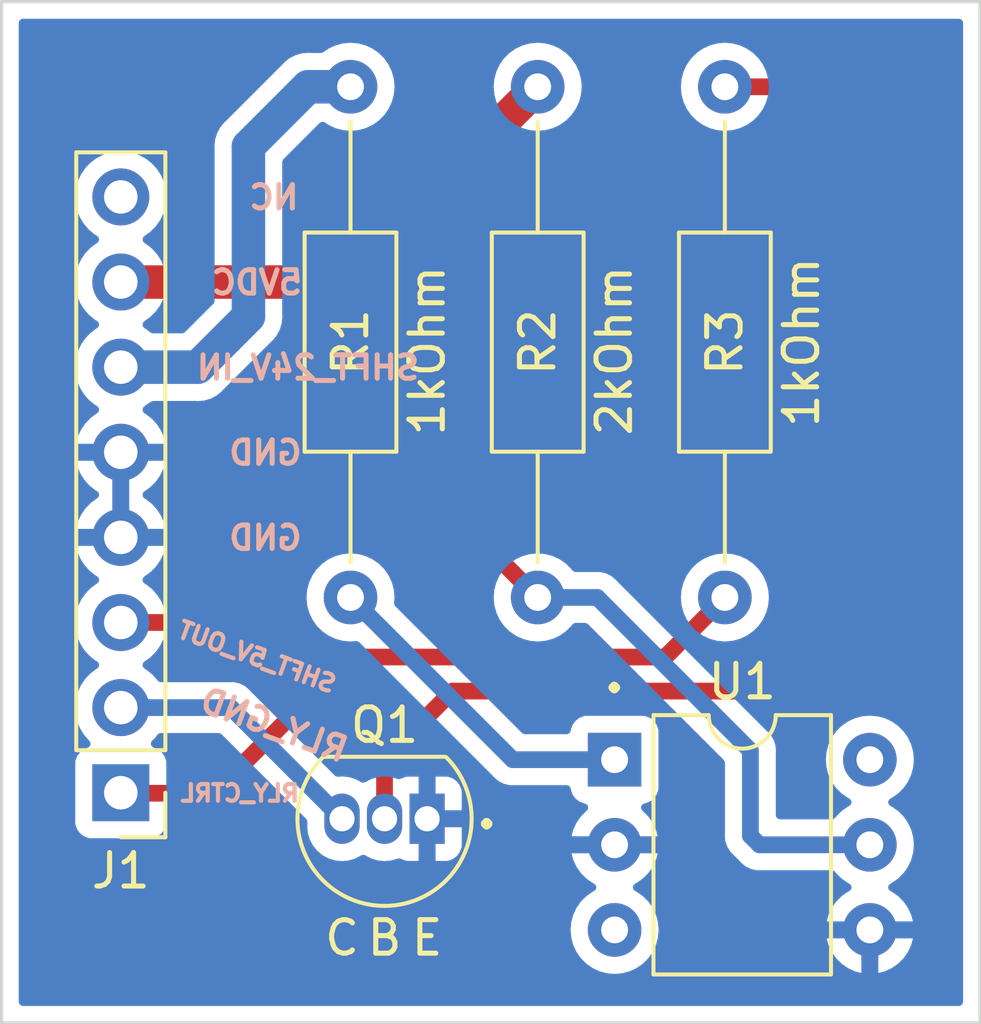
<source format=kicad_pcb>
(kicad_pcb (version 20211014) (generator pcbnew)
  (layers (0 "F.Cu" signal) (31 "B.Cu" signal) (34 "B.Paste" user) (35 "F.Paste" user) (36 "B.SilkS" user "B.Silkscreen") (37 "F.SilkS" user "F.Silkscreen") (38 "B.Mask" user) (39 "F.Mask" user) (44 "Edge.Cuts" user))
  (net 0 "")
  (net 1 "UC_RELAY_CTRL_PIN")
  (net 2 "RELAY_GND")
  (net 3 "V_SIG-OUT")
  (net 4 "GND")
  (net 5 "V_SIG-IN")
  (net 6 "5V_IN")
  (net 8 "Net-(Q1-Pad2)")
  (net 9 "Net-(R1-Pad1)")
  (footprint "Connector_PinHeader_2.54mm:PinHeader_1x08_P2.54mm_Vertical" (layer "F.Cu") (at 3.556 23.607 180)
    (fp_text reference "J1" (at 0 -2.33) (layer "F.SilkS"))
    (fp_text value "Conn_01x08" hide)
    (fp_line (start -1.33 1.27) (end -1.33 19.11) (layer "F.SilkS") (width 0.12))
    (fp_line (start 1.33 1.27) (end 1.33 19.11) (layer "F.SilkS") (width 0.12))
    (fp_line (start -1.33 1.27) (end 1.33 1.27) (layer "F.SilkS") (width 0.12))
    (fp_line (start -1.33 19.11) (end 1.33 19.11) (layer "F.SilkS") (width 0.12))
    (fp_line (start -1.33 0) (end -1.33 -1.33) (layer "F.SilkS") (width 0.12))
    (fp_line (start -1.33 -1.33) (end 0 -1.33) (layer "F.SilkS") (width 0.12))
    (pad "1" thru_hole rect (at 0 0 180) (size 1.7 1.7) (drill 1) (layers *.Cu *.Mask) (net 1 "UC_RELAY_CTRL_PIN"))
    (pad "2" thru_hole oval (at 0 2.54 180) (size 1.7 1.7) (drill 1) (layers *.Cu *.Mask) (net 2 "RELAY_GND"))
    (pad "3" thru_hole oval (at 0 5.08 180) (size 1.7 1.7) (drill 1) (layers *.Cu *.Mask) (net 3 "V_SIG-OUT"))
    (pad "4" thru_hole oval (at 0 7.62 180) (size 1.7 1.7) (drill 1) (layers *.Cu *.Mask) (net 4 "GND"))
    (pad "5" thru_hole oval (at 0 10.16 180) (size 1.7 1.7) (drill 1) (layers *.Cu *.Mask) (net 4 "GND"))
    (pad "6" thru_hole oval (at 0 12.7 180) (size 1.7 1.7) (drill 1) (layers *.Cu *.Mask) (net 5 "V_SIG-IN"))
    (pad "7" thru_hole oval (at 0 15.24 180) (size 1.7 1.7) (drill 1) (layers *.Cu *.Mask) (net 6 "5V_IN"))
    (pad "8" thru_hole oval (at 0 17.78 180) (size 1.7 1.7) (drill 1) (layers *.Cu *.Mask))
  )
  (footprint "Resistor_THT:R_Axial_DIN0207_L6.3mm_D2.5mm_P15.24mm_Horizontal" (layer "F.Cu") (at 10.414 17.78 90)
    (fp_text reference "R1" (at 7.62 0 90) (layer "F.SilkS"))
    (fp_text value "1k" hide)
    (fp_line (start 4.35 1.37) (end 10.89 1.37) (layer "F.SilkS") (width 0.12))
    (fp_line (start 10.89 -1.37) (end 4.35 -1.37) (layer "F.SilkS") (width 0.12))
    (fp_line (start 1.04 0) (end 4.35 0) (layer "F.SilkS") (width 0.12))
    (fp_line (start 4.35 -1.37) (end 4.35 1.37) (layer "F.SilkS") (width 0.12))
    (fp_line (start 10.89 1.37) (end 10.89 -1.37) (layer "F.SilkS") (width 0.12))
    (fp_line (start 14.2 0) (end 10.89 0) (layer "F.SilkS") (width 0.12))
    (pad "1" thru_hole circle (at 0 0 90) (size 1.6 1.6) (drill 0.8) (layers *.Cu *.Mask) (net 9 "Net-(R1-Pad1)"))
    (pad "2" thru_hole oval (at 15.24 0 90) (size 1.6 1.6) (drill 0.8) (layers *.Cu *.Mask) (net 5 "V_SIG-IN"))
  )
  (footprint "Package_TO_SOT_THT:TO-92_Inline" (layer "F.Cu") (at 12.7 24.384 180)
    (fp_text reference "Q1" (at 1.27 2.794) (layer "F.SilkS"))
    (fp_text value "PN2222A" hide)
    (fp_line (start -0.53 1.85) (end 3.07 1.85) (layer "F.SilkS") (width 0.12))
    (fp_arc (start -0.568478 1.838478) (mid -1.132087 -0.994977) (end 1.27 -2.6) (layer "F.SilkS") (width 0.12))
    (fp_arc (start 1.27 -2.6) (mid 3.672087 -0.994977) (end 3.108478 1.838478) (layer "F.SilkS") (width 0.12))
    (pad "1" thru_hole rect (at 0 0 180) (size 1.05 1.5) (drill 0.75) (layers *.Cu *.Mask) (net 4 "GND"))
    (pad "2" thru_hole oval (at 1.27 0 180) (size 1.05 1.5) (drill 0.75) (layers *.Cu *.Mask) (net 8 "Net-(Q1-Pad2)"))
    (pad "3" thru_hole oval (at 2.54 0 180) (size 1.05 1.5) (drill 0.75) (layers *.Cu *.Mask) (net 2 "RELAY_GND"))
  )
  (footprint "Resistor_THT:R_Axial_DIN0207_L6.3mm_D2.5mm_P15.24mm_Horizontal" (layer "F.Cu") (at 16.002 2.54 -90)
    (fp_text reference "R2" (at 7.62 0 90) (layer "F.SilkS"))
    (fp_text value "2k" hide)
    (fp_line (start 14.2 0) (end 10.89 0) (layer "F.SilkS") (width 0.12))
    (fp_line (start 4.35 1.37) (end 10.89 1.37) (layer "F.SilkS") (width 0.12))
    (fp_line (start 10.89 -1.37) (end 4.35 -1.37) (layer "F.SilkS") (width 0.12))
    (fp_line (start 10.89 1.37) (end 10.89 -1.37) (layer "F.SilkS") (width 0.12))
    (fp_line (start 1.04 0) (end 4.35 0) (layer "F.SilkS") (width 0.12))
    (fp_line (start 4.35 -1.37) (end 4.35 1.37) (layer "F.SilkS") (width 0.12))
    (pad "1" thru_hole circle (at 0 0 270) (size 1.6 1.6) (drill 0.8) (layers *.Cu *.Mask) (net 6 "5V_IN"))
    (pad "2" thru_hole oval (at 15.24 0 270) (size 1.6 1.6) (drill 0.8) (layers *.Cu *.Mask) (net 3 "V_SIG-OUT"))
  )
  (footprint "Package_DIP:DIP-6_W7.62mm" (layer "F.Cu") (at 18.298 22.621)
    (fp_text reference "U1" (at 3.81 -2.33) (layer "F.SilkS"))
    (fp_text value "4N27" hide)
    (fp_line (start 1.16 -1.33) (end 1.16 6.41) (layer "F.SilkS") (width 0.12))
    (fp_line (start 6.46 6.41) (end 6.46 -1.33) (layer "F.SilkS") (width 0.12))
    (fp_line (start 6.46 -1.33) (end 4.81 -1.33) (layer "F.SilkS") (width 0.12))
    (fp_line (start 1.16 6.41) (end 6.46 6.41) (layer "F.SilkS") (width 0.12))
    (fp_line (start 2.81 -1.33) (end 1.16 -1.33) (layer "F.SilkS") (width 0.12))
    (fp_arc (start 4.81 -1.33) (mid 3.81 -0.33) (end 2.81 -1.33) (layer "F.SilkS") (width 0.12))
    (pad "1" thru_hole rect (at 0 0) (size 1.6 1.6) (drill 0.8) (layers *.Cu *.Mask) (net 9 "Net-(R1-Pad1)"))
    (pad "2" thru_hole oval (at 0 2.54) (size 1.6 1.6) (drill 0.8) (layers *.Cu *.Mask) (net 4 "GND"))
    (pad "3" thru_hole oval (at 0 5.08) (size 1.6 1.6) (drill 0.8) (layers *.Cu *.Mask))
    (pad "4" thru_hole oval (at 7.62 5.08) (size 1.6 1.6) (drill 0.8) (layers *.Cu *.Mask) (net 4 "GND"))
    (pad "5" thru_hole oval (at 7.62 2.54) (size 1.6 1.6) (drill 0.8) (layers *.Cu *.Mask) (net 3 "V_SIG-OUT"))
    (pad "6" thru_hole oval (at 7.62 0) (size 1.6 1.6) (drill 0.8) (layers *.Cu *.Mask))
  )
  (footprint "Resistor_THT:R_Axial_DIN0207_L6.3mm_D2.5mm_P15.24mm_Horizontal" (layer "F.Cu") (at 21.59 17.78 90)
    (fp_text reference "R3" (at 7.62 0 90) (layer "F.SilkS"))
    (fp_text value "1k" hide)
    (fp_line (start 10.89 -1.37) (end 4.35 -1.37) (layer "F.SilkS") (width 0.12))
    (fp_line (start 1.04 0) (end 4.35 0) (layer "F.SilkS") (width 0.12))
    (fp_line (start 14.2 0) (end 10.89 0) (layer "F.SilkS") (width 0.12))
    (fp_line (start 10.89 1.37) (end 10.89 -1.37) (layer "F.SilkS") (width 0.12))
    (fp_line (start 4.35 -1.37) (end 4.35 1.37) (layer "F.SilkS") (width 0.12))
    (fp_line (start 4.35 1.37) (end 10.89 1.37) (layer "F.SilkS") (width 0.12))
    (pad "1" thru_hole circle (at 0 0 90) (size 1.6 1.6) (drill 0.8) (layers *.Cu *.Mask) (net 1 "UC_RELAY_CTRL_PIN"))
    (pad "2" thru_hole oval (at 15.24 0 90) (size 1.6 1.6) (drill 0.8) (layers *.Cu *.Mask) (net 8 "Net-(Q1-Pad2)"))
  )
  (gr_rect (start 0 0) (end 29.21 30.48) (layer "Edge.Cuts") (width 0.1) (fill none))
  (gr_text "5VDC" (at 7.62 8.382) (layer "B.SilkS") (effects (font (size 0.7 0.7)) (justify mirror)))
  (gr_text "GND" (at 7.874 13.462) (layer "B.SilkS") (effects (font (size 0.7 0.7)) (justify mirror)))
  (gr_text "RLY_CTRL" (at 7.112 23.622) (layer "B.SilkS") (effects (font (size 0.5 0.5) (thickness 0.125)) (justify mirror)))
  (gr_text "SHFT_24V_IN" (at 9.144 10.922) (layer "B.SilkS") (effects (font (size 0.7 0.7)) (justify mirror)))
  (gr_text "RLY_GND" (at 8.128 21.59 340) (layer "B.SilkS") (effects (font (size 0.7 0.7)) (justify mirror)))
  (gr_text "GND" (at 7.874 16.002) (layer "B.SilkS") (effects (font (size 0.7 0.7)) (justify mirror)))
  (gr_text "SHFT_5V_OUT" (at 7.62 19.558 340) (layer "B.SilkS") (effects (font (size 0.5 0.5) (thickness 0.125)) (justify mirror)))
  (gr_text "NC" (at 8.128 5.842) (layer "B.SilkS") (effects (font (size 0.7 0.7)) (justify mirror)))
  (gr_text "B" (at 11.43 27.94) (layer "F.SilkS") (effects (font (size 1 1))))
  (gr_text "1kOhm" (at 12.7 10.414 90) (layer "F.SilkS") (effects (font (size 1 1))))
  (gr_text "2kOhm" (at 18.288 10.414 90) (layer "F.SilkS") (effects (font (size 1 1))))
  (gr_text "E" (at 12.7 27.94) (layer "F.SilkS") (effects (font (size 1 1))))
  (gr_text "." (at 14.478 24.13) (layer "F.SilkS") (effects (font (size 1 1) (thickness 0.25))))
  (gr_text "C" (at 10.16 27.94) (layer "F.SilkS") (effects (font (size 1 1))))
  (gr_text "1kOhm" (at 23.876 10.16 90) (layer "F.SilkS") (effects (font (size 1 1))))
  (gr_text "." (at 18.288 20.066) (layer "F.SilkS") (effects (font (size 1 1) (thickness 0.25))))
  (segment (start 21.59 17.78) (end 19.812 19.558) (width 0.5) (layer "F.Cu") (net 1))
  (segment (start 6.335 23.622) (end 3.571 23.622) (width 0.5) (layer "F.Cu") (net 1))
  (segment (start 19.812 19.558) (end 10.399 19.558) (width 0.5) (layer "F.Cu") (net 1))
  (segment (start 10.399 19.558) (end 6.335 23.622) (width 0.5) (layer "F.Cu") (net 1))
  (segment (start 3.571 23.622) (end 3.556 23.607) (width 0.5) (layer "F.Cu") (net 1))
  (segment (start 3.556 21.067) (end 6.843 21.067) (width 0.5) (layer "B.Cu") (net 2))
  (segment (start 6.843 21.067) (end 10.16 24.384) (width 0.5) (layer "B.Cu") (net 2))
  (segment (start 16.002 17.78) (end 13.462 15.24) (width 0.5) (layer "F.Cu") (net 3))
  (segment (start 13.462 15.24) (end 8.3745 15.24) (width 0.5) (layer "F.Cu") (net 3))
  (segment (start 8.3745 15.24) (end 5.0875 18.527) (width 0.5) (layer "F.Cu") (net 3))
  (segment (start 5.0875 18.527) (end 3.556 18.527) (width 0.5) (layer "F.Cu") (net 3))
  (segment (start 16.002 17.78) (end 17.78 17.78) (width 0.5) (layer "B.Cu") (net 3))
  (segment (start 17.78 17.78) (end 22.352 22.352) (width 0.5) (layer "B.Cu") (net 3))
  (segment (start 22.352 22.352) (end 22.352 24.892) (width 0.5) (layer "B.Cu") (net 3))
  (segment (start 22.352 24.892) (end 22.621 25.161) (width 0.5) (layer "B.Cu") (net 3))
  (segment (start 22.621 25.161) (end 25.918 25.161) (width 0.5) (layer "B.Cu") (net 3))
  (segment (start 7.366 9.398) (end 7.366 4.318) (width 1) (layer "B.Cu") (net 5))
  (segment (start 5.857 10.907) (end 7.366 9.398) (width 1) (layer "B.Cu") (net 5))
  (segment (start 3.556 10.907) (end 5.857 10.907) (width 1) (layer "B.Cu") (net 5))
  (segment (start 7.366 4.318) (end 9.144 2.54) (width 1) (layer "B.Cu") (net 5))
  (segment (start 9.144 2.54) (end 10.414 2.54) (width 1) (layer "B.Cu") (net 5))
  (segment (start 10.175 8.367) (end 16.002 2.54) (width 1) (layer "F.Cu") (net 6))
  (segment (start 3.556 8.367) (end 10.175 8.367) (width 1) (layer "F.Cu") (net 6))
  (segment (start 23.114 20.574) (end 13.462 20.574) (width 0.5) (layer "F.Cu") (net 8))
  (segment (start 24.384 2.54) (end 24.384 19.304) (width 0.5) (layer "F.Cu") (net 8))
  (segment (start 13.462 20.574) (end 11.43 22.606) (width 0.5) (layer "F.Cu") (net 8))
  (segment (start 11.43 22.606) (end 11.43 24.384) (width 0.5) (layer "F.Cu") (net 8))
  (segment (start 21.59 2.54) (end 24.384 2.54) (width 0.5) (layer "F.Cu") (net 8))
  (segment (start 24.384 19.304) (end 23.114 20.574) (width 0.5) (layer "F.Cu") (net 8))
  (segment (start 15.255 22.621) (end 18.298 22.621) (width 0.5) (layer "B.Cu") (net 9))
  (segment (start 10.414 17.78) (end 15.255 22.621) (width 0.5) (layer "B.Cu") (net 9))
  (zone (net 4) (net_name "GND") (layer "B.Cu") (connect_pads (clearance 0.508)) (min_thickness 0.254) (fill yes (thermal_gap 0.508) (thermal_bridge_width 0.508))
    (polygon (pts (xy 29.21 30.48) (xy 0 30.48) (xy 0 0) (xy 29.21 0)))
  )
)
</source>
